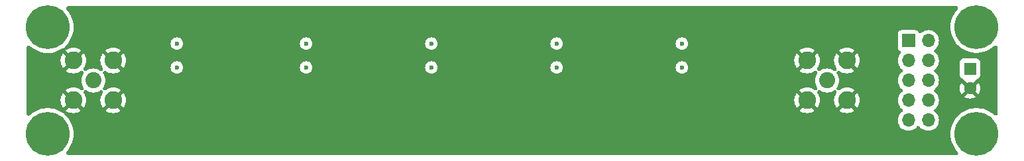
<source format=gbr>
%TF.GenerationSoftware,KiCad,Pcbnew,8.0.1*%
%TF.CreationDate,2024-05-04T10:24:18+02:00*%
%TF.ProjectId,Marconi_2955_Step_Attenuator,4d617263-6f6e-4695-9f32-3935355f5374,rev?*%
%TF.SameCoordinates,Original*%
%TF.FileFunction,Copper,L3,Inr*%
%TF.FilePolarity,Positive*%
%FSLAX46Y46*%
G04 Gerber Fmt 4.6, Leading zero omitted, Abs format (unit mm)*
G04 Created by KiCad (PCBNEW 8.0.1) date 2024-05-04 10:24:18*
%MOMM*%
%LPD*%
G01*
G04 APERTURE LIST*
%TA.AperFunction,ComponentPad*%
%ADD10C,5.600000*%
%TD*%
%TA.AperFunction,ComponentPad*%
%ADD11C,2.250000*%
%TD*%
%TA.AperFunction,ComponentPad*%
%ADD12C,2.050000*%
%TD*%
%TA.AperFunction,ComponentPad*%
%ADD13R,1.600000X1.600000*%
%TD*%
%TA.AperFunction,ComponentPad*%
%ADD14C,1.600000*%
%TD*%
%TA.AperFunction,ComponentPad*%
%ADD15R,1.700000X1.700000*%
%TD*%
%TA.AperFunction,ComponentPad*%
%ADD16O,1.700000X1.700000*%
%TD*%
%TA.AperFunction,ViaPad*%
%ADD17C,0.600000*%
%TD*%
G04 APERTURE END LIST*
D10*
%TO.N,N/C*%
%TO.C,REF\u002A\u002A*%
X105181400Y-34467800D03*
%TD*%
%TO.N,N/C*%
%TO.C,REF\u002A\u002A*%
X105181400Y-48107600D03*
%TD*%
%TO.N,N/C*%
%TO.C,REF\u002A\u002A*%
X223824800Y-48107600D03*
%TD*%
%TO.N,N/C*%
%TO.C,REF\u002A\u002A*%
X223824800Y-34442400D03*
%TD*%
D11*
%TO.N,GND*%
%TO.C,OUT*%
X113538000Y-43820000D03*
X113538000Y-38740000D03*
X108458000Y-43820000D03*
X108458000Y-38740000D03*
D12*
%TO.N,Net-(J1-In)*%
X110998000Y-41280000D03*
%TD*%
D13*
%TO.N,+5V*%
%TO.C,C27*%
X223000000Y-39780000D03*
D14*
%TO.N,GND*%
X223000000Y-42280000D03*
%TD*%
D12*
%TO.N,Net-(J2-In)*%
%TO.C,IN*%
X204724000Y-41280000D03*
D11*
%TO.N,GND*%
X202184000Y-38740000D03*
X202184000Y-43820000D03*
X207264000Y-38740000D03*
X207264000Y-43820000D03*
%TD*%
D15*
%TO.N,unconnected-(J3-Pin_1-Pad1)*%
%TO.C,PM3*%
X215138000Y-36195000D03*
D16*
%TO.N,+5V*%
X217678000Y-36195000D03*
%TO.N,Net-(J3-Pin_3)*%
X215138000Y-38735000D03*
%TO.N,+5V*%
X217678000Y-38735000D03*
%TO.N,unconnected-(J3-Pin_5-Pad5)*%
X215138000Y-41275000D03*
%TO.N,+5V*%
X217678000Y-41275000D03*
%TO.N,Net-(J3-Pin_7)*%
X215138000Y-43815000D03*
%TO.N,unconnected-(J3-Pin_8-Pad8)*%
X217678000Y-43815000D03*
%TO.N,unconnected-(J3-Pin_9-Pad9)*%
X215138000Y-46355000D03*
%TO.N,Net-(J3-Pin_10)*%
X217678000Y-46355000D03*
%TD*%
D17*
%TO.N,GND*%
X126502000Y-46482000D03*
X124724000Y-46482000D03*
X173238000Y-41148000D03*
X184668000Y-39624000D03*
X140980000Y-46482000D03*
X136662000Y-39624000D03*
X175016000Y-46482000D03*
X173238000Y-46482000D03*
X120152000Y-39624000D03*
X122946000Y-46482000D03*
X189494000Y-46482000D03*
X155458000Y-46482000D03*
X152664000Y-39624000D03*
X159014000Y-46482000D03*
X191272000Y-46482000D03*
X171460000Y-46482000D03*
X157236000Y-46482000D03*
X141234000Y-41148000D03*
X139202000Y-46482000D03*
X187716000Y-46482000D03*
X168666000Y-39624000D03*
X157236000Y-41148000D03*
X189240000Y-41148000D03*
X142758000Y-46482000D03*
X124724000Y-41148000D03*
%TO.N,+5V*%
X186192000Y-39624000D03*
X121676000Y-36576000D03*
X138186000Y-39624000D03*
X154188000Y-39624000D03*
X186192000Y-36576000D03*
X170190000Y-36576000D03*
X121676000Y-39624000D03*
X170190000Y-39624000D03*
X138186000Y-36576000D03*
X154188000Y-36576000D03*
%TD*%
%TA.AperFunction,Conductor*%
%TO.N,GND*%
G36*
X221312477Y-31799454D02*
G01*
X221393259Y-31853430D01*
X221447235Y-31934212D01*
X221466189Y-32029500D01*
X221447235Y-32124788D01*
X221406967Y-32190699D01*
X221193437Y-32442086D01*
X220992592Y-32738308D01*
X220992587Y-32738317D01*
X220824951Y-33054510D01*
X220824950Y-33054512D01*
X220692477Y-33386992D01*
X220596729Y-33731845D01*
X220596727Y-33731852D01*
X220538827Y-34085032D01*
X220519452Y-34442400D01*
X220538827Y-34799767D01*
X220596727Y-35152947D01*
X220596729Y-35152954D01*
X220692477Y-35497807D01*
X220824950Y-35830287D01*
X220824951Y-35830289D01*
X220992587Y-36146482D01*
X220992592Y-36146491D01*
X221161121Y-36395052D01*
X221193435Y-36442711D01*
X221215010Y-36468111D01*
X221425131Y-36715485D01*
X221684955Y-36961604D01*
X221684958Y-36961607D01*
X221684963Y-36961611D01*
X221969881Y-37178200D01*
X222276547Y-37362715D01*
X222276551Y-37362717D01*
X222276553Y-37362718D01*
X222276555Y-37362719D01*
X222601349Y-37512984D01*
X222601353Y-37512985D01*
X222601365Y-37512991D01*
X222940526Y-37627268D01*
X223129980Y-37668970D01*
X223290048Y-37704204D01*
X223290051Y-37704204D01*
X223290054Y-37704205D01*
X223385344Y-37714568D01*
X223645846Y-37742900D01*
X223645852Y-37742900D01*
X224003754Y-37742900D01*
X224213150Y-37720126D01*
X224359546Y-37704205D01*
X224709074Y-37627268D01*
X225048235Y-37512991D01*
X225373053Y-37362715D01*
X225679719Y-37178200D01*
X225964637Y-36961611D01*
X226079263Y-36853031D01*
X226161475Y-36801262D01*
X226257242Y-36784895D01*
X226351982Y-36806422D01*
X226431272Y-36862566D01*
X226483042Y-36944779D01*
X226499500Y-37033804D01*
X226499500Y-45516195D01*
X226480546Y-45611483D01*
X226426570Y-45692265D01*
X226345788Y-45746241D01*
X226250500Y-45765195D01*
X226155212Y-45746241D01*
X226079263Y-45696968D01*
X225964644Y-45588395D01*
X225964639Y-45588391D01*
X225964637Y-45588389D01*
X225679719Y-45371800D01*
X225373053Y-45187285D01*
X225373051Y-45187284D01*
X225373046Y-45187281D01*
X225373044Y-45187280D01*
X225048250Y-45037015D01*
X225048239Y-45037010D01*
X225048235Y-45037009D01*
X224709074Y-44922732D01*
X224709063Y-44922729D01*
X224709061Y-44922729D01*
X224359551Y-44845795D01*
X224359552Y-44845795D01*
X224003754Y-44807100D01*
X224003748Y-44807100D01*
X223645852Y-44807100D01*
X223645846Y-44807100D01*
X223290048Y-44845795D01*
X222940538Y-44922729D01*
X222940532Y-44922730D01*
X222940526Y-44922732D01*
X222601365Y-45037009D01*
X222601349Y-45037015D01*
X222276555Y-45187280D01*
X222276553Y-45187281D01*
X221969880Y-45371800D01*
X221684960Y-45588391D01*
X221684955Y-45588395D01*
X221425131Y-45834514D01*
X221193433Y-46107291D01*
X220992592Y-46403508D01*
X220992587Y-46403517D01*
X220824951Y-46719710D01*
X220824950Y-46719712D01*
X220692477Y-47052192D01*
X220596729Y-47397045D01*
X220596727Y-47397052D01*
X220538827Y-47750232D01*
X220519452Y-48107600D01*
X220538827Y-48464967D01*
X220596727Y-48818147D01*
X220596729Y-48818154D01*
X220692477Y-49163007D01*
X220824950Y-49495487D01*
X220824951Y-49495489D01*
X220992587Y-49811682D01*
X220992592Y-49811691D01*
X221187228Y-50098757D01*
X221193435Y-50107911D01*
X221415462Y-50369301D01*
X221462704Y-50454197D01*
X221473862Y-50550709D01*
X221447237Y-50644144D01*
X221386882Y-50720279D01*
X221301986Y-50767521D01*
X221225683Y-50779500D01*
X107780517Y-50779500D01*
X107685229Y-50760546D01*
X107604447Y-50706570D01*
X107550471Y-50625788D01*
X107531517Y-50530500D01*
X107550471Y-50435212D01*
X107590738Y-50369301D01*
X107812765Y-50107911D01*
X108013611Y-49811685D01*
X108181253Y-49495480D01*
X108313724Y-49163003D01*
X108409471Y-48818152D01*
X108467372Y-48464971D01*
X108486748Y-48107600D01*
X108467372Y-47750229D01*
X108409471Y-47397048D01*
X108313724Y-47052197D01*
X108181253Y-46719720D01*
X108013611Y-46403515D01*
X108013610Y-46403514D01*
X108013607Y-46403508D01*
X107980721Y-46355005D01*
X213782341Y-46355005D01*
X213802935Y-46590401D01*
X213837585Y-46719720D01*
X213864097Y-46818663D01*
X213963965Y-47032830D01*
X214099505Y-47226401D01*
X214266599Y-47393495D01*
X214460170Y-47529035D01*
X214674337Y-47628903D01*
X214902592Y-47690063D01*
X214902595Y-47690063D01*
X214902598Y-47690064D01*
X215137995Y-47710659D01*
X215138000Y-47710659D01*
X215138005Y-47710659D01*
X215373401Y-47690064D01*
X215373403Y-47690063D01*
X215373408Y-47690063D01*
X215601663Y-47628903D01*
X215815830Y-47529035D01*
X216009401Y-47393495D01*
X216176495Y-47226401D01*
X216204032Y-47187074D01*
X216274211Y-47119891D01*
X216364760Y-47084678D01*
X216461892Y-47086797D01*
X216550819Y-47125925D01*
X216611967Y-47187073D01*
X216639505Y-47226401D01*
X216806599Y-47393495D01*
X217000170Y-47529035D01*
X217214337Y-47628903D01*
X217442592Y-47690063D01*
X217442595Y-47690063D01*
X217442598Y-47690064D01*
X217677995Y-47710659D01*
X217678000Y-47710659D01*
X217678005Y-47710659D01*
X217913401Y-47690064D01*
X217913403Y-47690063D01*
X217913408Y-47690063D01*
X218141663Y-47628903D01*
X218355830Y-47529035D01*
X218549401Y-47393495D01*
X218716495Y-47226401D01*
X218852035Y-47032830D01*
X218951903Y-46818663D01*
X219013063Y-46590408D01*
X219013064Y-46590401D01*
X219033659Y-46355005D01*
X219033659Y-46354994D01*
X219013064Y-46119598D01*
X219013063Y-46119595D01*
X219013063Y-46119592D01*
X218951903Y-45891337D01*
X218861267Y-45696968D01*
X218852038Y-45677177D01*
X218852034Y-45677169D01*
X218743431Y-45522068D01*
X218716495Y-45483599D01*
X218549401Y-45316505D01*
X218510074Y-45288967D01*
X218442891Y-45218789D01*
X218407678Y-45128240D01*
X218409797Y-45031108D01*
X218448925Y-44942181D01*
X218510073Y-44881032D01*
X218549401Y-44853495D01*
X218716495Y-44686401D01*
X218852035Y-44492830D01*
X218951903Y-44278663D01*
X219013063Y-44050408D01*
X219025897Y-43903718D01*
X219033659Y-43815005D01*
X219033659Y-43814994D01*
X219013064Y-43579598D01*
X219013063Y-43579595D01*
X219013063Y-43579592D01*
X218951903Y-43351337D01*
X218911955Y-43265670D01*
X218852038Y-43137177D01*
X218852034Y-43137169D01*
X218734981Y-42970000D01*
X218716495Y-42943599D01*
X218549401Y-42776505D01*
X218510074Y-42748967D01*
X218442891Y-42678789D01*
X218407678Y-42588240D01*
X218409797Y-42491108D01*
X218448925Y-42402181D01*
X218510073Y-42341032D01*
X218549401Y-42313495D01*
X218582896Y-42280000D01*
X221695034Y-42280000D01*
X221714859Y-42506602D01*
X221714859Y-42506603D01*
X221773732Y-42726323D01*
X221869867Y-42932486D01*
X221869869Y-42932488D01*
X221920972Y-43005471D01*
X221920974Y-43005471D01*
X222600000Y-42326445D01*
X222600000Y-42332661D01*
X222627259Y-42434394D01*
X222679920Y-42525606D01*
X222754394Y-42600080D01*
X222845606Y-42652741D01*
X222947339Y-42680000D01*
X222953552Y-42680000D01*
X222274527Y-43359023D01*
X222274527Y-43359025D01*
X222347515Y-43410132D01*
X222553676Y-43506267D01*
X222773396Y-43565140D01*
X223000000Y-43584965D01*
X223226602Y-43565140D01*
X223226603Y-43565140D01*
X223446326Y-43506266D01*
X223652476Y-43410137D01*
X223652483Y-43410133D01*
X223725471Y-43359025D01*
X223046446Y-42680000D01*
X223052661Y-42680000D01*
X223154394Y-42652741D01*
X223245606Y-42600080D01*
X223320080Y-42525606D01*
X223372741Y-42434394D01*
X223400000Y-42332661D01*
X223400000Y-42326446D01*
X224079025Y-43005471D01*
X224130133Y-42932483D01*
X224130137Y-42932476D01*
X224226266Y-42726326D01*
X224285140Y-42506603D01*
X224285140Y-42506602D01*
X224304965Y-42280000D01*
X224285140Y-42053397D01*
X224285140Y-42053396D01*
X224226267Y-41833676D01*
X224130132Y-41627515D01*
X224079025Y-41554527D01*
X224079022Y-41554527D01*
X223400000Y-42233551D01*
X223400000Y-42227339D01*
X223372741Y-42125606D01*
X223320080Y-42034394D01*
X223245606Y-41959920D01*
X223154394Y-41907259D01*
X223052661Y-41880000D01*
X223046446Y-41880000D01*
X223785300Y-41141145D01*
X223866082Y-41087168D01*
X223904095Y-41074891D01*
X223907476Y-41074091D01*
X223907483Y-41074091D01*
X223907488Y-41074088D01*
X223907797Y-41074016D01*
X223916100Y-41073718D01*
X223929656Y-41065820D01*
X224042331Y-41023796D01*
X224157546Y-40937546D01*
X224243796Y-40822331D01*
X224294091Y-40687483D01*
X224300500Y-40627873D01*
X224300499Y-38932128D01*
X224294091Y-38872517D01*
X224243796Y-38737669D01*
X224157546Y-38622454D01*
X224042331Y-38536204D01*
X223944169Y-38499592D01*
X223907481Y-38485908D01*
X223847873Y-38479500D01*
X222152134Y-38479500D01*
X222152130Y-38479500D01*
X222152128Y-38479501D01*
X222139314Y-38480878D01*
X222092519Y-38485908D01*
X222092515Y-38485909D01*
X221957670Y-38536203D01*
X221842455Y-38622453D01*
X221842453Y-38622455D01*
X221756204Y-38737669D01*
X221705908Y-38872518D01*
X221699500Y-38932123D01*
X221699500Y-40627865D01*
X221699500Y-40627868D01*
X221699501Y-40627872D01*
X221701567Y-40647093D01*
X221705908Y-40687480D01*
X221705909Y-40687484D01*
X221756203Y-40822329D01*
X221756204Y-40822331D01*
X221842454Y-40937546D01*
X221957669Y-41023796D01*
X222070342Y-41065820D01*
X222081607Y-41072779D01*
X222092186Y-41074012D01*
X222092511Y-41074088D01*
X222092517Y-41074091D01*
X222092523Y-41074091D01*
X222095889Y-41074887D01*
X222184264Y-41115246D01*
X222214698Y-41141144D01*
X222953554Y-41880000D01*
X222947339Y-41880000D01*
X222845606Y-41907259D01*
X222754394Y-41959920D01*
X222679920Y-42034394D01*
X222627259Y-42125606D01*
X222600000Y-42227339D01*
X222600000Y-42233554D01*
X221920973Y-41554527D01*
X221869870Y-41627510D01*
X221869867Y-41627514D01*
X221773732Y-41833676D01*
X221714859Y-42053396D01*
X221714859Y-42053397D01*
X221695034Y-42280000D01*
X218582896Y-42280000D01*
X218716495Y-42146401D01*
X218852035Y-41952830D01*
X218951903Y-41738663D01*
X219013063Y-41510408D01*
X219013064Y-41510401D01*
X219033659Y-41275005D01*
X219033659Y-41274994D01*
X219013064Y-41039598D01*
X219013063Y-41039595D01*
X219013063Y-41039592D01*
X218951903Y-40811337D01*
X218894149Y-40687484D01*
X218852038Y-40597177D01*
X218852034Y-40597169D01*
X218744031Y-40442925D01*
X218716495Y-40403599D01*
X218549401Y-40236505D01*
X218510074Y-40208967D01*
X218442891Y-40138789D01*
X218407678Y-40048240D01*
X218409797Y-39951108D01*
X218448925Y-39862181D01*
X218510073Y-39801032D01*
X218549401Y-39773495D01*
X218716495Y-39606401D01*
X218852035Y-39412830D01*
X218951903Y-39198663D01*
X219013063Y-38970408D01*
X219016412Y-38932130D01*
X219033659Y-38735005D01*
X219033659Y-38734994D01*
X219013064Y-38499598D01*
X219013063Y-38499595D01*
X219013063Y-38499592D01*
X218951903Y-38271337D01*
X218911955Y-38185670D01*
X218852038Y-38057177D01*
X218852034Y-38057169D01*
X218734981Y-37890000D01*
X218716495Y-37863599D01*
X218549401Y-37696505D01*
X218510074Y-37668967D01*
X218442891Y-37598789D01*
X218407678Y-37508240D01*
X218409797Y-37411108D01*
X218448925Y-37322181D01*
X218510073Y-37261032D01*
X218549401Y-37233495D01*
X218716495Y-37066401D01*
X218852035Y-36872830D01*
X218951903Y-36658663D01*
X219013063Y-36430408D01*
X219013064Y-36430401D01*
X219033659Y-36195005D01*
X219033659Y-36194994D01*
X219013064Y-35959598D01*
X219013063Y-35959595D01*
X219013063Y-35959592D01*
X218951903Y-35731337D01*
X218852035Y-35517171D01*
X218838476Y-35497807D01*
X218802724Y-35446747D01*
X218716495Y-35323599D01*
X218549401Y-35156505D01*
X218355830Y-35020965D01*
X218141663Y-34921097D01*
X218141660Y-34921096D01*
X217913401Y-34859935D01*
X217678005Y-34839341D01*
X217677995Y-34839341D01*
X217442598Y-34859935D01*
X217214335Y-34921097D01*
X217214333Y-34921098D01*
X217000177Y-35020961D01*
X217000169Y-35020965D01*
X216806587Y-35156513D01*
X216802605Y-35159855D01*
X216798960Y-35161853D01*
X216797694Y-35162741D01*
X216797596Y-35162602D01*
X216717423Y-35206580D01*
X216620845Y-35217150D01*
X216527573Y-35189957D01*
X216451808Y-35129140D01*
X216443133Y-35116429D01*
X216442469Y-35116927D01*
X216431796Y-35102670D01*
X216431796Y-35102669D01*
X216345546Y-34987454D01*
X216230331Y-34901204D01*
X216150117Y-34871286D01*
X216095481Y-34850908D01*
X216035873Y-34844500D01*
X214240134Y-34844500D01*
X214240130Y-34844500D01*
X214240128Y-34844501D01*
X214227314Y-34845878D01*
X214180519Y-34850908D01*
X214180515Y-34850909D01*
X214045670Y-34901203D01*
X213930455Y-34987453D01*
X213930453Y-34987455D01*
X213844204Y-35102669D01*
X213793908Y-35237518D01*
X213787500Y-35297123D01*
X213787500Y-37092865D01*
X213787501Y-37092869D01*
X213793908Y-37152480D01*
X213793909Y-37152484D01*
X213812974Y-37203599D01*
X213844204Y-37287331D01*
X213930454Y-37402546D01*
X214045669Y-37488796D01*
X214045670Y-37488796D01*
X214059927Y-37499469D01*
X214057454Y-37502771D01*
X214105965Y-37543305D01*
X214151006Y-37629389D01*
X214159675Y-37726156D01*
X214130653Y-37818875D01*
X214102855Y-37859605D01*
X214099513Y-37863587D01*
X213963965Y-38057169D01*
X213963961Y-38057177D01*
X213864098Y-38271333D01*
X213864097Y-38271335D01*
X213802935Y-38499598D01*
X213782341Y-38734994D01*
X213782341Y-38735005D01*
X213802935Y-38970401D01*
X213809306Y-38994180D01*
X213864097Y-39198663D01*
X213899450Y-39274478D01*
X213963965Y-39412830D01*
X214065148Y-39557335D01*
X214099505Y-39606401D01*
X214266599Y-39773495D01*
X214305925Y-39801031D01*
X214373107Y-39871209D01*
X214408321Y-39961758D01*
X214406202Y-40058890D01*
X214367074Y-40147818D01*
X214305928Y-40208965D01*
X214266603Y-40236501D01*
X214099504Y-40403600D01*
X213963965Y-40597169D01*
X213963961Y-40597177D01*
X213864098Y-40811333D01*
X213864097Y-40811335D01*
X213802935Y-41039598D01*
X213782341Y-41274994D01*
X213782341Y-41275005D01*
X213802935Y-41510401D01*
X213814758Y-41554527D01*
X213864097Y-41738663D01*
X213963965Y-41952830D01*
X214099505Y-42146401D01*
X214266599Y-42313495D01*
X214305925Y-42341031D01*
X214373107Y-42411209D01*
X214408321Y-42501758D01*
X214406202Y-42598890D01*
X214367074Y-42687818D01*
X214305928Y-42748965D01*
X214266603Y-42776501D01*
X214099504Y-42943600D01*
X213963965Y-43137169D01*
X213963961Y-43137177D01*
X213864098Y-43351333D01*
X213864097Y-43351335D01*
X213802935Y-43579598D01*
X213782341Y-43814994D01*
X213782341Y-43815005D01*
X213802935Y-44050401D01*
X213807633Y-44067936D01*
X213864097Y-44278663D01*
X213902885Y-44361844D01*
X213963965Y-44492830D01*
X214065148Y-44637335D01*
X214099505Y-44686401D01*
X214266599Y-44853495D01*
X214305925Y-44881031D01*
X214373107Y-44951209D01*
X214408321Y-45041758D01*
X214406202Y-45138890D01*
X214367074Y-45227818D01*
X214305928Y-45288965D01*
X214266603Y-45316501D01*
X214099504Y-45483600D01*
X213963965Y-45677169D01*
X213963961Y-45677177D01*
X213864098Y-45891333D01*
X213864097Y-45891335D01*
X213802935Y-46119598D01*
X213782341Y-46354994D01*
X213782341Y-46355005D01*
X107980721Y-46355005D01*
X107877644Y-46202979D01*
X107812765Y-46107289D01*
X107581068Y-45834514D01*
X107442063Y-45702841D01*
X107376815Y-45641035D01*
X107320671Y-45561744D01*
X107299143Y-45467004D01*
X107300195Y-45460846D01*
X107260064Y-45470482D01*
X107164105Y-45455286D01*
X107099596Y-45419902D01*
X107036319Y-45371800D01*
X106729653Y-45187285D01*
X106729651Y-45187284D01*
X106729646Y-45187281D01*
X106729644Y-45187280D01*
X106404850Y-45037015D01*
X106404839Y-45037010D01*
X106404835Y-45037009D01*
X106065674Y-44922732D01*
X106065663Y-44922729D01*
X106065661Y-44922729D01*
X105716151Y-44845795D01*
X105716152Y-44845795D01*
X105360354Y-44807100D01*
X105360348Y-44807100D01*
X105002452Y-44807100D01*
X105002446Y-44807100D01*
X104646648Y-44845795D01*
X104297138Y-44922729D01*
X104297132Y-44922730D01*
X104297126Y-44922732D01*
X103957965Y-45037009D01*
X103957949Y-45037015D01*
X103633155Y-45187280D01*
X103633153Y-45187281D01*
X103326480Y-45371800D01*
X103041560Y-45588391D01*
X103041555Y-45588395D01*
X102920737Y-45702841D01*
X102838524Y-45754610D01*
X102742757Y-45770977D01*
X102648017Y-45749449D01*
X102568727Y-45693305D01*
X102516958Y-45611092D01*
X102500500Y-45522068D01*
X102500500Y-43820005D01*
X106827975Y-43820005D01*
X106848042Y-44074989D01*
X106907753Y-44323703D01*
X106907756Y-44323711D01*
X107005634Y-44560010D01*
X107139281Y-44778103D01*
X107142532Y-44781910D01*
X107703883Y-44220558D01*
X107704740Y-44222626D01*
X107797762Y-44361844D01*
X107916156Y-44480238D01*
X108055374Y-44573260D01*
X108057438Y-44574114D01*
X107496086Y-45135467D01*
X107499091Y-45211893D01*
X107497603Y-45221284D01*
X107541310Y-45211353D01*
X107637076Y-45227720D01*
X107678155Y-45247955D01*
X107717987Y-45272364D01*
X107954288Y-45370243D01*
X107954296Y-45370246D01*
X108203010Y-45429957D01*
X108457994Y-45450025D01*
X108458006Y-45450025D01*
X108712989Y-45429957D01*
X108961703Y-45370246D01*
X108961711Y-45370243D01*
X109198010Y-45272365D01*
X109416106Y-45138716D01*
X109416108Y-45138714D01*
X109419911Y-45135466D01*
X108858560Y-44574115D01*
X108860626Y-44573260D01*
X108999844Y-44480238D01*
X109118238Y-44361844D01*
X109211260Y-44222626D01*
X109212114Y-44220562D01*
X109773465Y-44781912D01*
X109776714Y-44778108D01*
X109776716Y-44778106D01*
X109910365Y-44560010D01*
X110008243Y-44323711D01*
X110008246Y-44323703D01*
X110067957Y-44074989D01*
X110088025Y-43820005D01*
X110088025Y-43819994D01*
X110067957Y-43565010D01*
X110008246Y-43316296D01*
X110008243Y-43316288D01*
X109910363Y-43079986D01*
X109787600Y-42879652D01*
X109753973Y-42788502D01*
X109757788Y-42691422D01*
X109798463Y-42603192D01*
X109869807Y-42537243D01*
X109960957Y-42503616D01*
X110058037Y-42507431D01*
X110130007Y-42537242D01*
X110303296Y-42643433D01*
X110525135Y-42735322D01*
X110525137Y-42735323D01*
X110758620Y-42791377D01*
X110758627Y-42791378D01*
X110997996Y-42810217D01*
X110998000Y-42810217D01*
X110998004Y-42810217D01*
X111237372Y-42791378D01*
X111237379Y-42791377D01*
X111299334Y-42776503D01*
X111470863Y-42735323D01*
X111692704Y-42643433D01*
X111865990Y-42537243D01*
X111957139Y-42503617D01*
X112054219Y-42507431D01*
X112142450Y-42548106D01*
X112208398Y-42619449D01*
X112242025Y-42710599D01*
X112238211Y-42807679D01*
X112208399Y-42879652D01*
X112085636Y-43079985D01*
X111987756Y-43316288D01*
X111987753Y-43316296D01*
X111928042Y-43565010D01*
X111907975Y-43819994D01*
X111907975Y-43820005D01*
X111928042Y-44074989D01*
X111987753Y-44323703D01*
X111987756Y-44323711D01*
X112085634Y-44560010D01*
X112219281Y-44778103D01*
X112222533Y-44781911D01*
X112783884Y-44220561D01*
X112784740Y-44222626D01*
X112877762Y-44361844D01*
X112996156Y-44480238D01*
X113135374Y-44573260D01*
X113137438Y-44574114D01*
X112576087Y-45135466D01*
X112579883Y-45138709D01*
X112579901Y-45138721D01*
X112797984Y-45272363D01*
X113034288Y-45370243D01*
X113034296Y-45370246D01*
X113283010Y-45429957D01*
X113537994Y-45450025D01*
X113538006Y-45450025D01*
X113792989Y-45429957D01*
X114041703Y-45370246D01*
X114041711Y-45370243D01*
X114278010Y-45272365D01*
X114496106Y-45138716D01*
X114496108Y-45138714D01*
X114499911Y-45135466D01*
X113938560Y-44574115D01*
X113940626Y-44573260D01*
X114079844Y-44480238D01*
X114198238Y-44361844D01*
X114291260Y-44222626D01*
X114292115Y-44220560D01*
X114853466Y-44781911D01*
X114856714Y-44778108D01*
X114856716Y-44778106D01*
X114990365Y-44560010D01*
X115088243Y-44323711D01*
X115088246Y-44323703D01*
X115147957Y-44074989D01*
X115168025Y-43820005D01*
X200553975Y-43820005D01*
X200574042Y-44074989D01*
X200633753Y-44323703D01*
X200633756Y-44323711D01*
X200731634Y-44560010D01*
X200865281Y-44778103D01*
X200868533Y-44781911D01*
X201429883Y-44220559D01*
X201430740Y-44222626D01*
X201523762Y-44361844D01*
X201642156Y-44480238D01*
X201781374Y-44573260D01*
X201783438Y-44574114D01*
X201222087Y-45135466D01*
X201225883Y-45138709D01*
X201225901Y-45138721D01*
X201443984Y-45272363D01*
X201680288Y-45370243D01*
X201680296Y-45370246D01*
X201929010Y-45429957D01*
X202183994Y-45450025D01*
X202184006Y-45450025D01*
X202438989Y-45429957D01*
X202687703Y-45370246D01*
X202687711Y-45370243D01*
X202924010Y-45272365D01*
X203142106Y-45138716D01*
X203142108Y-45138714D01*
X203145911Y-45135466D01*
X202584560Y-44574115D01*
X202586626Y-44573260D01*
X202725844Y-44480238D01*
X202844238Y-44361844D01*
X202937260Y-44222626D01*
X202938114Y-44220562D01*
X203499465Y-44781912D01*
X203502714Y-44778108D01*
X203502716Y-44778106D01*
X203636365Y-44560010D01*
X203734243Y-44323711D01*
X203734246Y-44323703D01*
X203793957Y-44074989D01*
X203814025Y-43820005D01*
X203814025Y-43819994D01*
X203793957Y-43565010D01*
X203734246Y-43316296D01*
X203734243Y-43316288D01*
X203636363Y-43079986D01*
X203513600Y-42879652D01*
X203479973Y-42788502D01*
X203483788Y-42691422D01*
X203524463Y-42603192D01*
X203595807Y-42537243D01*
X203686957Y-42503616D01*
X203784037Y-42507431D01*
X203856007Y-42537242D01*
X204029296Y-42643433D01*
X204251135Y-42735322D01*
X204251137Y-42735323D01*
X204484620Y-42791377D01*
X204484627Y-42791378D01*
X204723996Y-42810217D01*
X204724000Y-42810217D01*
X204724004Y-42810217D01*
X204963372Y-42791378D01*
X204963379Y-42791377D01*
X205025334Y-42776503D01*
X205196863Y-42735323D01*
X205418704Y-42643433D01*
X205591990Y-42537243D01*
X205683139Y-42503617D01*
X205780219Y-42507431D01*
X205868450Y-42548106D01*
X205934398Y-42619449D01*
X205968025Y-42710599D01*
X205964211Y-42807679D01*
X205934399Y-42879652D01*
X205811636Y-43079985D01*
X205713756Y-43316288D01*
X205713753Y-43316296D01*
X205654042Y-43565010D01*
X205633975Y-43819994D01*
X205633975Y-43820005D01*
X205654042Y-44074989D01*
X205713753Y-44323703D01*
X205713756Y-44323711D01*
X205811634Y-44560010D01*
X205945281Y-44778103D01*
X205948533Y-44781911D01*
X206509884Y-44220561D01*
X206510740Y-44222626D01*
X206603762Y-44361844D01*
X206722156Y-44480238D01*
X206861374Y-44573260D01*
X206863438Y-44574114D01*
X206302087Y-45135466D01*
X206305883Y-45138709D01*
X206305901Y-45138721D01*
X206523984Y-45272363D01*
X206760288Y-45370243D01*
X206760296Y-45370246D01*
X207009010Y-45429957D01*
X207263994Y-45450025D01*
X207264006Y-45450025D01*
X207518989Y-45429957D01*
X207767703Y-45370246D01*
X207767711Y-45370243D01*
X208004010Y-45272365D01*
X208222106Y-45138716D01*
X208222108Y-45138714D01*
X208225911Y-45135466D01*
X207664560Y-44574115D01*
X207666626Y-44573260D01*
X207805844Y-44480238D01*
X207924238Y-44361844D01*
X208017260Y-44222626D01*
X208018115Y-44220560D01*
X208579466Y-44781911D01*
X208582714Y-44778108D01*
X208582716Y-44778106D01*
X208716365Y-44560010D01*
X208814243Y-44323711D01*
X208814246Y-44323703D01*
X208873957Y-44074989D01*
X208894025Y-43820005D01*
X208894025Y-43819994D01*
X208873957Y-43565010D01*
X208814246Y-43316296D01*
X208814243Y-43316288D01*
X208716363Y-43079984D01*
X208582721Y-42861901D01*
X208582709Y-42861883D01*
X208579466Y-42858087D01*
X208018114Y-43419438D01*
X208017260Y-43417374D01*
X207924238Y-43278156D01*
X207805844Y-43159762D01*
X207666626Y-43066740D01*
X207664561Y-43065884D01*
X208225911Y-42504533D01*
X208222103Y-42501281D01*
X208004010Y-42367634D01*
X207767711Y-42269756D01*
X207767703Y-42269753D01*
X207518989Y-42210042D01*
X207264006Y-42189975D01*
X207263994Y-42189975D01*
X207009010Y-42210042D01*
X206760296Y-42269753D01*
X206760288Y-42269756D01*
X206523985Y-42367636D01*
X206323652Y-42490399D01*
X206232501Y-42524026D01*
X206135421Y-42520211D01*
X206047191Y-42479535D01*
X205981243Y-42408192D01*
X205947616Y-42317041D01*
X205951431Y-42219961D01*
X205981244Y-42147989D01*
X206087433Y-41974704D01*
X206179323Y-41752863D01*
X206235377Y-41519379D01*
X206254217Y-41280000D01*
X206253824Y-41275005D01*
X206235378Y-41040627D01*
X206235377Y-41040620D01*
X206179323Y-40807137D01*
X206179322Y-40807135D01*
X206177596Y-40802967D01*
X206087433Y-40585296D01*
X205981242Y-40412008D01*
X205947616Y-40320859D01*
X205951431Y-40223779D01*
X205992106Y-40135549D01*
X206063450Y-40069600D01*
X206154600Y-40035973D01*
X206251680Y-40039788D01*
X206323652Y-40069600D01*
X206523986Y-40192363D01*
X206760288Y-40290243D01*
X206760296Y-40290246D01*
X207009010Y-40349957D01*
X207263994Y-40370025D01*
X207264006Y-40370025D01*
X207518989Y-40349957D01*
X207767703Y-40290246D01*
X207767711Y-40290243D01*
X208004010Y-40192365D01*
X208222106Y-40058716D01*
X208222108Y-40058714D01*
X208225912Y-40055465D01*
X207664562Y-39494114D01*
X207666626Y-39493260D01*
X207805844Y-39400238D01*
X207924238Y-39281844D01*
X208017260Y-39142626D01*
X208018115Y-39140560D01*
X208579466Y-39701911D01*
X208582714Y-39698108D01*
X208582716Y-39698106D01*
X208716365Y-39480010D01*
X208814243Y-39243711D01*
X208814246Y-39243703D01*
X208873957Y-38994989D01*
X208894025Y-38740005D01*
X208894025Y-38739994D01*
X208873957Y-38485010D01*
X208814246Y-38236296D01*
X208814243Y-38236288D01*
X208716363Y-37999984D01*
X208582721Y-37781901D01*
X208582709Y-37781883D01*
X208579466Y-37778087D01*
X208018114Y-38339438D01*
X208017260Y-38337374D01*
X207924238Y-38198156D01*
X207805844Y-38079762D01*
X207666626Y-37986740D01*
X207664559Y-37985883D01*
X208225911Y-37424533D01*
X208222103Y-37421281D01*
X208004010Y-37287634D01*
X207767711Y-37189756D01*
X207767703Y-37189753D01*
X207518989Y-37130042D01*
X207264006Y-37109975D01*
X207263994Y-37109975D01*
X207009010Y-37130042D01*
X206760296Y-37189753D01*
X206760288Y-37189756D01*
X206523989Y-37287634D01*
X206305891Y-37421284D01*
X206302087Y-37424532D01*
X206863439Y-37985884D01*
X206861374Y-37986740D01*
X206722156Y-38079762D01*
X206603762Y-38198156D01*
X206510740Y-38337374D01*
X206509884Y-38339438D01*
X205948533Y-37778087D01*
X205945284Y-37781891D01*
X205811634Y-37999989D01*
X205713756Y-38236288D01*
X205713753Y-38236296D01*
X205654042Y-38485010D01*
X205633975Y-38739994D01*
X205633975Y-38740005D01*
X205654042Y-38994989D01*
X205713753Y-39243703D01*
X205713756Y-39243711D01*
X205811636Y-39480014D01*
X205934399Y-39680347D01*
X205968026Y-39771497D01*
X205964211Y-39868577D01*
X205923536Y-39956807D01*
X205852192Y-40022756D01*
X205761042Y-40056383D01*
X205663962Y-40052568D01*
X205591990Y-40022756D01*
X205511648Y-39973523D01*
X205418704Y-39916567D01*
X205307783Y-39870622D01*
X205196864Y-39824677D01*
X205196862Y-39824676D01*
X204963379Y-39768622D01*
X204963372Y-39768621D01*
X204724004Y-39749783D01*
X204723996Y-39749783D01*
X204484627Y-39768621D01*
X204484620Y-39768622D01*
X204251137Y-39824676D01*
X204251135Y-39824677D01*
X204029295Y-39916567D01*
X203856009Y-40022756D01*
X203764858Y-40056383D01*
X203667778Y-40052568D01*
X203579548Y-40011892D01*
X203513600Y-39940549D01*
X203479973Y-39849398D01*
X203483788Y-39752318D01*
X203513600Y-39680346D01*
X203636365Y-39480010D01*
X203734243Y-39243711D01*
X203734246Y-39243703D01*
X203793957Y-38994989D01*
X203814025Y-38740005D01*
X203814025Y-38739994D01*
X203793957Y-38485010D01*
X203734246Y-38236296D01*
X203734243Y-38236288D01*
X203636363Y-37999984D01*
X203502721Y-37781901D01*
X203502709Y-37781883D01*
X203499466Y-37778087D01*
X202938114Y-38339438D01*
X202937260Y-38337374D01*
X202844238Y-38198156D01*
X202725844Y-38079762D01*
X202586626Y-37986740D01*
X202584559Y-37985883D01*
X203145911Y-37424533D01*
X203142103Y-37421281D01*
X202924010Y-37287634D01*
X202687711Y-37189756D01*
X202687703Y-37189753D01*
X202438989Y-37130042D01*
X202184006Y-37109975D01*
X202183994Y-37109975D01*
X201929010Y-37130042D01*
X201680296Y-37189753D01*
X201680288Y-37189756D01*
X201443989Y-37287634D01*
X201225891Y-37421284D01*
X201222087Y-37424532D01*
X201783439Y-37985884D01*
X201781374Y-37986740D01*
X201642156Y-38079762D01*
X201523762Y-38198156D01*
X201430740Y-38337374D01*
X201429884Y-38339439D01*
X200868532Y-37778087D01*
X200865284Y-37781891D01*
X200731634Y-37999989D01*
X200633756Y-38236288D01*
X200633753Y-38236296D01*
X200574042Y-38485010D01*
X200553975Y-38739994D01*
X200553975Y-38740005D01*
X200574042Y-38994989D01*
X200633753Y-39243703D01*
X200633756Y-39243711D01*
X200731634Y-39480010D01*
X200865281Y-39698103D01*
X200868532Y-39701910D01*
X201429883Y-39140558D01*
X201430740Y-39142626D01*
X201523762Y-39281844D01*
X201642156Y-39400238D01*
X201781374Y-39493260D01*
X201783438Y-39494114D01*
X201222087Y-40055466D01*
X201225883Y-40058709D01*
X201225901Y-40058721D01*
X201443984Y-40192363D01*
X201680288Y-40290243D01*
X201680296Y-40290246D01*
X201929010Y-40349957D01*
X202183994Y-40370025D01*
X202184006Y-40370025D01*
X202438989Y-40349957D01*
X202687703Y-40290246D01*
X202687711Y-40290243D01*
X202924010Y-40192365D01*
X203124346Y-40069600D01*
X203215496Y-40035974D01*
X203312576Y-40039788D01*
X203400807Y-40080463D01*
X203466756Y-40151806D01*
X203500382Y-40242956D01*
X203496568Y-40340036D01*
X203466756Y-40412009D01*
X203360567Y-40585295D01*
X203268677Y-40807135D01*
X203268676Y-40807137D01*
X203212622Y-41040620D01*
X203212621Y-41040627D01*
X203193783Y-41279995D01*
X203193783Y-41280004D01*
X203212621Y-41519372D01*
X203212622Y-41519379D01*
X203268676Y-41752862D01*
X203268677Y-41752863D01*
X203360567Y-41974704D01*
X203404211Y-42045925D01*
X203466756Y-42147990D01*
X203500383Y-42239140D01*
X203496568Y-42336220D01*
X203455893Y-42424450D01*
X203384549Y-42490399D01*
X203293399Y-42524026D01*
X203196319Y-42520211D01*
X203124347Y-42490399D01*
X202924014Y-42367636D01*
X202687711Y-42269756D01*
X202687703Y-42269753D01*
X202438989Y-42210042D01*
X202184006Y-42189975D01*
X202183994Y-42189975D01*
X201929010Y-42210042D01*
X201680296Y-42269753D01*
X201680288Y-42269756D01*
X201443989Y-42367634D01*
X201225891Y-42501284D01*
X201222086Y-42504533D01*
X201783437Y-43065885D01*
X201781374Y-43066740D01*
X201642156Y-43159762D01*
X201523762Y-43278156D01*
X201430740Y-43417374D01*
X201429884Y-43419439D01*
X200868532Y-42858087D01*
X200865284Y-42861891D01*
X200731634Y-43079989D01*
X200633756Y-43316288D01*
X200633753Y-43316296D01*
X200574042Y-43565010D01*
X200553975Y-43819994D01*
X200553975Y-43820005D01*
X115168025Y-43820005D01*
X115168025Y-43819994D01*
X115147957Y-43565010D01*
X115088246Y-43316296D01*
X115088243Y-43316288D01*
X114990363Y-43079984D01*
X114856721Y-42861901D01*
X114856709Y-42861883D01*
X114853466Y-42858087D01*
X114292114Y-43419438D01*
X114291260Y-43417374D01*
X114198238Y-43278156D01*
X114079844Y-43159762D01*
X113940626Y-43066740D01*
X113938561Y-43065884D01*
X114499911Y-42504533D01*
X114496103Y-42501281D01*
X114278010Y-42367634D01*
X114041711Y-42269756D01*
X114041703Y-42269753D01*
X113792989Y-42210042D01*
X113538006Y-42189975D01*
X113537994Y-42189975D01*
X113283010Y-42210042D01*
X113034296Y-42269753D01*
X113034288Y-42269756D01*
X112797985Y-42367636D01*
X112597652Y-42490399D01*
X112506501Y-42524026D01*
X112409421Y-42520211D01*
X112321191Y-42479535D01*
X112255243Y-42408192D01*
X112221616Y-42317041D01*
X112225431Y-42219961D01*
X112255244Y-42147989D01*
X112361433Y-41974704D01*
X112453323Y-41752863D01*
X112509377Y-41519379D01*
X112528217Y-41280000D01*
X112527824Y-41275005D01*
X112509378Y-41040627D01*
X112509377Y-41040620D01*
X112453323Y-40807137D01*
X112453322Y-40807135D01*
X112451596Y-40802967D01*
X112361433Y-40585296D01*
X112255242Y-40412008D01*
X112221616Y-40320859D01*
X112225431Y-40223779D01*
X112266106Y-40135549D01*
X112337450Y-40069600D01*
X112428600Y-40035973D01*
X112525680Y-40039788D01*
X112597652Y-40069600D01*
X112797986Y-40192363D01*
X113034288Y-40290243D01*
X113034296Y-40290246D01*
X113283010Y-40349957D01*
X113537994Y-40370025D01*
X113538006Y-40370025D01*
X113792989Y-40349957D01*
X114041703Y-40290246D01*
X114041711Y-40290243D01*
X114278010Y-40192365D01*
X114496106Y-40058716D01*
X114496108Y-40058714D01*
X114499912Y-40055465D01*
X113938562Y-39494114D01*
X113940626Y-39493260D01*
X114079844Y-39400238D01*
X114198238Y-39281844D01*
X114291260Y-39142626D01*
X114292115Y-39140560D01*
X114853466Y-39701911D01*
X114856714Y-39698108D01*
X114856716Y-39698106D01*
X114902126Y-39624003D01*
X120870435Y-39624003D01*
X120890630Y-39803245D01*
X120890631Y-39803251D01*
X120890632Y-39803255D01*
X120950211Y-39973522D01*
X120950212Y-39973523D01*
X120950214Y-39973529D01*
X121046180Y-40126257D01*
X121046182Y-40126259D01*
X121046184Y-40126262D01*
X121173738Y-40253816D01*
X121173740Y-40253817D01*
X121173742Y-40253819D01*
X121326470Y-40349785D01*
X121326473Y-40349786D01*
X121326478Y-40349789D01*
X121496745Y-40409368D01*
X121496754Y-40409369D01*
X121675996Y-40429565D01*
X121676000Y-40429565D01*
X121676004Y-40429565D01*
X121831815Y-40412009D01*
X121855255Y-40409368D01*
X122025522Y-40349789D01*
X122025527Y-40349785D01*
X122025529Y-40349785D01*
X122178257Y-40253819D01*
X122178256Y-40253819D01*
X122178262Y-40253816D01*
X122305816Y-40126262D01*
X122348259Y-40058714D01*
X122401785Y-39973529D01*
X122401785Y-39973527D01*
X122401789Y-39973522D01*
X122461368Y-39803255D01*
X122475216Y-39680347D01*
X122481565Y-39624003D01*
X137380435Y-39624003D01*
X137400630Y-39803245D01*
X137400631Y-39803251D01*
X137400632Y-39803255D01*
X137460211Y-39973522D01*
X137460212Y-39973523D01*
X137460214Y-39973529D01*
X137556180Y-40126257D01*
X137556182Y-40126259D01*
X137556184Y-40126262D01*
X137683738Y-40253816D01*
X137683740Y-40253817D01*
X137683742Y-40253819D01*
X137836470Y-40349785D01*
X137836473Y-40349786D01*
X137836478Y-40349789D01*
X138006745Y-40409368D01*
X138006754Y-40409369D01*
X138185996Y-40429565D01*
X138186000Y-40429565D01*
X138186004Y-40429565D01*
X138341815Y-40412009D01*
X138365255Y-40409368D01*
X138535522Y-40349789D01*
X138535527Y-40349785D01*
X138535529Y-40349785D01*
X138688257Y-40253819D01*
X138688256Y-40253819D01*
X138688262Y-40253816D01*
X138815816Y-40126262D01*
X138858259Y-40058714D01*
X138911785Y-39973529D01*
X138911785Y-39973527D01*
X138911789Y-39973522D01*
X138971368Y-39803255D01*
X138985216Y-39680347D01*
X138991565Y-39624003D01*
X153382435Y-39624003D01*
X153402630Y-39803245D01*
X153402631Y-39803251D01*
X153402632Y-39803255D01*
X153462211Y-39973522D01*
X153462212Y-39973523D01*
X153462214Y-39973529D01*
X153558180Y-40126257D01*
X153558182Y-40126259D01*
X153558184Y-40126262D01*
X153685738Y-40253816D01*
X153685740Y-40253817D01*
X153685742Y-40253819D01*
X153838470Y-40349785D01*
X153838473Y-40349786D01*
X153838478Y-40349789D01*
X154008745Y-40409368D01*
X154008754Y-40409369D01*
X154187996Y-40429565D01*
X154188000Y-40429565D01*
X154188004Y-40429565D01*
X154343815Y-40412009D01*
X154367255Y-40409368D01*
X154537522Y-40349789D01*
X154537527Y-40349785D01*
X154537529Y-40349785D01*
X154690257Y-40253819D01*
X154690256Y-40253819D01*
X154690262Y-40253816D01*
X154817816Y-40126262D01*
X154860259Y-40058714D01*
X154913785Y-39973529D01*
X154913785Y-39973527D01*
X154913789Y-39973522D01*
X154973368Y-39803255D01*
X154987216Y-39680347D01*
X154993565Y-39624003D01*
X169384435Y-39624003D01*
X169404630Y-39803245D01*
X169404631Y-39803251D01*
X169404632Y-39803255D01*
X169464211Y-39973522D01*
X169464212Y-39973523D01*
X169464214Y-39973529D01*
X169560180Y-40126257D01*
X169560182Y-40126259D01*
X169560184Y-40126262D01*
X169687738Y-40253816D01*
X169687740Y-40253817D01*
X169687742Y-40253819D01*
X169840470Y-40349785D01*
X169840473Y-40349786D01*
X169840478Y-40349789D01*
X170010745Y-40409368D01*
X170010754Y-40409369D01*
X170189996Y-40429565D01*
X170190000Y-40429565D01*
X170190004Y-40429565D01*
X170345815Y-40412009D01*
X170369255Y-40409368D01*
X170539522Y-40349789D01*
X170539527Y-40349785D01*
X170539529Y-40349785D01*
X170692257Y-40253819D01*
X170692256Y-40253819D01*
X170692262Y-40253816D01*
X170819816Y-40126262D01*
X170862259Y-40058714D01*
X170915785Y-39973529D01*
X170915785Y-39973527D01*
X170915789Y-39973522D01*
X170975368Y-39803255D01*
X170989216Y-39680347D01*
X170995565Y-39624003D01*
X185386435Y-39624003D01*
X185406630Y-39803245D01*
X185406631Y-39803251D01*
X185406632Y-39803255D01*
X185466211Y-39973522D01*
X185466212Y-39973523D01*
X185466214Y-39973529D01*
X185562180Y-40126257D01*
X185562182Y-40126259D01*
X185562184Y-40126262D01*
X185689738Y-40253816D01*
X185689740Y-40253817D01*
X185689742Y-40253819D01*
X185842470Y-40349785D01*
X185842473Y-40349786D01*
X185842478Y-40349789D01*
X186012745Y-40409368D01*
X186012754Y-40409369D01*
X186191996Y-40429565D01*
X186192000Y-40429565D01*
X186192004Y-40429565D01*
X186347815Y-40412009D01*
X186371255Y-40409368D01*
X186541522Y-40349789D01*
X186541527Y-40349785D01*
X186541529Y-40349785D01*
X186694257Y-40253819D01*
X186694256Y-40253819D01*
X186694262Y-40253816D01*
X186821816Y-40126262D01*
X186864259Y-40058714D01*
X186917785Y-39973529D01*
X186917785Y-39973527D01*
X186917789Y-39973522D01*
X186977368Y-39803255D01*
X186991216Y-39680347D01*
X186997565Y-39624003D01*
X186997565Y-39623996D01*
X186977369Y-39444754D01*
X186977368Y-39444745D01*
X186917789Y-39274478D01*
X186917786Y-39274473D01*
X186917785Y-39274470D01*
X186821819Y-39121742D01*
X186821817Y-39121740D01*
X186821816Y-39121738D01*
X186694262Y-38994184D01*
X186694259Y-38994182D01*
X186694257Y-38994180D01*
X186541529Y-38898214D01*
X186541524Y-38898212D01*
X186541522Y-38898211D01*
X186371255Y-38838632D01*
X186371251Y-38838631D01*
X186371245Y-38838630D01*
X186192004Y-38818435D01*
X186191996Y-38818435D01*
X186012754Y-38838630D01*
X186012746Y-38838631D01*
X186012745Y-38838632D01*
X185842478Y-38898211D01*
X185842476Y-38898211D01*
X185842476Y-38898212D01*
X185842470Y-38898214D01*
X185689742Y-38994180D01*
X185562180Y-39121742D01*
X185466214Y-39274470D01*
X185466212Y-39274476D01*
X185406632Y-39444746D01*
X185406630Y-39444754D01*
X185386435Y-39623996D01*
X185386435Y-39624003D01*
X170995565Y-39624003D01*
X170995565Y-39623996D01*
X170975369Y-39444754D01*
X170975368Y-39444745D01*
X170915789Y-39274478D01*
X170915786Y-39274473D01*
X170915785Y-39274470D01*
X170819819Y-39121742D01*
X170819817Y-39121740D01*
X170819816Y-39121738D01*
X170692262Y-38994184D01*
X170692259Y-38994182D01*
X170692257Y-38994180D01*
X170539529Y-38898214D01*
X170539524Y-38898212D01*
X170539522Y-38898211D01*
X170369255Y-38838632D01*
X170369251Y-38838631D01*
X170369245Y-38838630D01*
X170190004Y-38818435D01*
X170189996Y-38818435D01*
X170010754Y-38838630D01*
X170010746Y-38838631D01*
X170010745Y-38838632D01*
X169840478Y-38898211D01*
X169840476Y-38898211D01*
X169840476Y-38898212D01*
X169840470Y-38898214D01*
X169687742Y-38994180D01*
X169560180Y-39121742D01*
X169464214Y-39274470D01*
X169464212Y-39274476D01*
X169404632Y-39444746D01*
X169404630Y-39444754D01*
X169384435Y-39623996D01*
X169384435Y-39624003D01*
X154993565Y-39624003D01*
X154993565Y-39623996D01*
X154973369Y-39444754D01*
X154973368Y-39444745D01*
X154913789Y-39274478D01*
X154913786Y-39274473D01*
X154913785Y-39274470D01*
X154817819Y-39121742D01*
X154817817Y-39121740D01*
X154817816Y-39121738D01*
X154690262Y-38994184D01*
X154690259Y-38994182D01*
X154690257Y-38994180D01*
X154537529Y-38898214D01*
X154537524Y-38898212D01*
X154537522Y-38898211D01*
X154367255Y-38838632D01*
X154367251Y-38838631D01*
X154367245Y-38838630D01*
X154188004Y-38818435D01*
X154187996Y-38818435D01*
X154008754Y-38838630D01*
X154008746Y-38838631D01*
X154008745Y-38838632D01*
X153838478Y-38898211D01*
X153838476Y-38898211D01*
X153838476Y-38898212D01*
X153838470Y-38898214D01*
X153685742Y-38994180D01*
X153558180Y-39121742D01*
X153462214Y-39274470D01*
X153462212Y-39274476D01*
X153402632Y-39444746D01*
X153402630Y-39444754D01*
X153382435Y-39623996D01*
X153382435Y-39624003D01*
X138991565Y-39624003D01*
X138991565Y-39623996D01*
X138971369Y-39444754D01*
X138971368Y-39444745D01*
X138911789Y-39274478D01*
X138911786Y-39274473D01*
X138911785Y-39274470D01*
X138815819Y-39121742D01*
X138815817Y-39121740D01*
X138815816Y-39121738D01*
X138688262Y-38994184D01*
X138688259Y-38994182D01*
X138688257Y-38994180D01*
X138535529Y-38898214D01*
X138535524Y-38898212D01*
X138535522Y-38898211D01*
X138365255Y-38838632D01*
X138365251Y-38838631D01*
X138365245Y-38838630D01*
X138186004Y-38818435D01*
X138185996Y-38818435D01*
X138006754Y-38838630D01*
X138006746Y-38838631D01*
X138006745Y-38838632D01*
X137836478Y-38898211D01*
X137836476Y-38898211D01*
X137836476Y-38898212D01*
X137836470Y-38898214D01*
X137683742Y-38994180D01*
X137556180Y-39121742D01*
X137460214Y-39274470D01*
X137460212Y-39274476D01*
X137400632Y-39444746D01*
X137400630Y-39444754D01*
X137380435Y-39623996D01*
X137380435Y-39624003D01*
X122481565Y-39624003D01*
X122481565Y-39623996D01*
X122461369Y-39444754D01*
X122461368Y-39444745D01*
X122401789Y-39274478D01*
X122401786Y-39274473D01*
X122401785Y-39274470D01*
X122305819Y-39121742D01*
X122305817Y-39121740D01*
X122305816Y-39121738D01*
X122178262Y-38994184D01*
X122178259Y-38994182D01*
X122178257Y-38994180D01*
X122025529Y-38898214D01*
X122025524Y-38898212D01*
X122025522Y-38898211D01*
X121855255Y-38838632D01*
X121855251Y-38838631D01*
X121855245Y-38838630D01*
X121676004Y-38818435D01*
X121675996Y-38818435D01*
X121496754Y-38838630D01*
X121496746Y-38838631D01*
X121496745Y-38838632D01*
X121326478Y-38898211D01*
X121326476Y-38898211D01*
X121326476Y-38898212D01*
X121326470Y-38898214D01*
X121173742Y-38994180D01*
X121046180Y-39121742D01*
X120950214Y-39274470D01*
X120950212Y-39274476D01*
X120890632Y-39444746D01*
X120890630Y-39444754D01*
X120870435Y-39623996D01*
X120870435Y-39624003D01*
X114902126Y-39624003D01*
X114990365Y-39480010D01*
X115088243Y-39243711D01*
X115088246Y-39243703D01*
X115147957Y-38994989D01*
X115168025Y-38740005D01*
X115168025Y-38739994D01*
X115147957Y-38485010D01*
X115088246Y-38236296D01*
X115088243Y-38236288D01*
X114990363Y-37999984D01*
X114856721Y-37781901D01*
X114856709Y-37781883D01*
X114853466Y-37778087D01*
X114292114Y-38339438D01*
X114291260Y-38337374D01*
X114198238Y-38198156D01*
X114079844Y-38079762D01*
X113940626Y-37986740D01*
X113938559Y-37985883D01*
X114499911Y-37424533D01*
X114496103Y-37421281D01*
X114278010Y-37287634D01*
X114041711Y-37189756D01*
X114041703Y-37189753D01*
X113792989Y-37130042D01*
X113538006Y-37109975D01*
X113537994Y-37109975D01*
X113283010Y-37130042D01*
X113034296Y-37189753D01*
X113034288Y-37189756D01*
X112797989Y-37287634D01*
X112579891Y-37421284D01*
X112576087Y-37424532D01*
X113137439Y-37985884D01*
X113135374Y-37986740D01*
X112996156Y-38079762D01*
X112877762Y-38198156D01*
X112784740Y-38337374D01*
X112783884Y-38339438D01*
X112222533Y-37778087D01*
X112219284Y-37781891D01*
X112085634Y-37999989D01*
X111987756Y-38236288D01*
X111987753Y-38236296D01*
X111928042Y-38485010D01*
X111907975Y-38739994D01*
X111907975Y-38740005D01*
X111928042Y-38994989D01*
X111987753Y-39243703D01*
X111987756Y-39243711D01*
X112085636Y-39480014D01*
X112208399Y-39680347D01*
X112242026Y-39771497D01*
X112238211Y-39868577D01*
X112197536Y-39956807D01*
X112126192Y-40022756D01*
X112035042Y-40056383D01*
X111937962Y-40052568D01*
X111865990Y-40022756D01*
X111785648Y-39973523D01*
X111692704Y-39916567D01*
X111581783Y-39870622D01*
X111470864Y-39824677D01*
X111470862Y-39824676D01*
X111237379Y-39768622D01*
X111237372Y-39768621D01*
X110998004Y-39749783D01*
X110997996Y-39749783D01*
X110758627Y-39768621D01*
X110758620Y-39768622D01*
X110525137Y-39824676D01*
X110525135Y-39824677D01*
X110303295Y-39916567D01*
X110130009Y-40022756D01*
X110038858Y-40056383D01*
X109941778Y-40052568D01*
X109853548Y-40011892D01*
X109787600Y-39940549D01*
X109753973Y-39849398D01*
X109757788Y-39752318D01*
X109787600Y-39680346D01*
X109910365Y-39480010D01*
X110008243Y-39243711D01*
X110008246Y-39243703D01*
X110067957Y-38994989D01*
X110088025Y-38740005D01*
X110088025Y-38739994D01*
X110067957Y-38485010D01*
X110008246Y-38236296D01*
X110008243Y-38236288D01*
X109910363Y-37999984D01*
X109776721Y-37781901D01*
X109776709Y-37781883D01*
X109773466Y-37778087D01*
X109212114Y-38339438D01*
X109211260Y-38337374D01*
X109118238Y-38198156D01*
X108999844Y-38079762D01*
X108860626Y-37986740D01*
X108858559Y-37985883D01*
X109419911Y-37424533D01*
X109416103Y-37421281D01*
X109198010Y-37287634D01*
X108961711Y-37189756D01*
X108961703Y-37189753D01*
X108712989Y-37130042D01*
X108458006Y-37109975D01*
X108457994Y-37109975D01*
X108203010Y-37130042D01*
X107954296Y-37189753D01*
X107954288Y-37189756D01*
X107717982Y-37287637D01*
X107709272Y-37292076D01*
X107708098Y-37289772D01*
X107633013Y-37317461D01*
X107535934Y-37313633D01*
X107490677Y-37292761D01*
X107498471Y-37363997D01*
X107496086Y-37424532D01*
X108057439Y-37985884D01*
X108055374Y-37986740D01*
X107916156Y-38079762D01*
X107797762Y-38198156D01*
X107704740Y-38337374D01*
X107703884Y-38339439D01*
X107142532Y-37778087D01*
X107139284Y-37781891D01*
X107005634Y-37999989D01*
X106907756Y-38236288D01*
X106907753Y-38236296D01*
X106848042Y-38485010D01*
X106827975Y-38739994D01*
X106827975Y-38740005D01*
X106848042Y-38994989D01*
X106907753Y-39243703D01*
X106907756Y-39243711D01*
X107005634Y-39480010D01*
X107139281Y-39698103D01*
X107142532Y-39701910D01*
X107703883Y-39140558D01*
X107704740Y-39142626D01*
X107797762Y-39281844D01*
X107916156Y-39400238D01*
X108055374Y-39493260D01*
X108057438Y-39494114D01*
X107496087Y-40055466D01*
X107499883Y-40058709D01*
X107499901Y-40058721D01*
X107717984Y-40192363D01*
X107954288Y-40290243D01*
X107954296Y-40290246D01*
X108203010Y-40349957D01*
X108457994Y-40370025D01*
X108458006Y-40370025D01*
X108712989Y-40349957D01*
X108961703Y-40290246D01*
X108961711Y-40290243D01*
X109198010Y-40192365D01*
X109398346Y-40069600D01*
X109489496Y-40035974D01*
X109586576Y-40039788D01*
X109674807Y-40080463D01*
X109740756Y-40151806D01*
X109774382Y-40242956D01*
X109770568Y-40340036D01*
X109740756Y-40412009D01*
X109634567Y-40585295D01*
X109542677Y-40807135D01*
X109542676Y-40807137D01*
X109486622Y-41040620D01*
X109486621Y-41040627D01*
X109467783Y-41279995D01*
X109467783Y-41280004D01*
X109486621Y-41519372D01*
X109486622Y-41519379D01*
X109542676Y-41752862D01*
X109542677Y-41752863D01*
X109634567Y-41974704D01*
X109678211Y-42045925D01*
X109740756Y-42147990D01*
X109774383Y-42239140D01*
X109770568Y-42336220D01*
X109729893Y-42424450D01*
X109658549Y-42490399D01*
X109567399Y-42524026D01*
X109470319Y-42520211D01*
X109398347Y-42490399D01*
X109198014Y-42367636D01*
X108961711Y-42269756D01*
X108961703Y-42269753D01*
X108712989Y-42210042D01*
X108458006Y-42189975D01*
X108457994Y-42189975D01*
X108203010Y-42210042D01*
X107954296Y-42269753D01*
X107954288Y-42269756D01*
X107717989Y-42367634D01*
X107499891Y-42501284D01*
X107496087Y-42504533D01*
X108057437Y-43065885D01*
X108055374Y-43066740D01*
X107916156Y-43159762D01*
X107797762Y-43278156D01*
X107704740Y-43417374D01*
X107703884Y-43419439D01*
X107142532Y-42858087D01*
X107139284Y-42861891D01*
X107005634Y-43079989D01*
X106907756Y-43316288D01*
X106907753Y-43316296D01*
X106848042Y-43565010D01*
X106827975Y-43819994D01*
X106827975Y-43820005D01*
X102500500Y-43820005D01*
X102500500Y-37053331D01*
X102519454Y-36958043D01*
X102573430Y-36877261D01*
X102654212Y-36823285D01*
X102749500Y-36804331D01*
X102844788Y-36823285D01*
X102920736Y-36872557D01*
X102975495Y-36924428D01*
X103041555Y-36987004D01*
X103041558Y-36987007D01*
X103041563Y-36987011D01*
X103326481Y-37203600D01*
X103633147Y-37388115D01*
X103633151Y-37388117D01*
X103633153Y-37388118D01*
X103633155Y-37388119D01*
X103957949Y-37538384D01*
X103957953Y-37538385D01*
X103957965Y-37538391D01*
X104297126Y-37652668D01*
X104530144Y-37703959D01*
X104646648Y-37729604D01*
X104646651Y-37729604D01*
X104646654Y-37729605D01*
X104741944Y-37739968D01*
X105002446Y-37768300D01*
X105002452Y-37768300D01*
X105360354Y-37768300D01*
X105593899Y-37742900D01*
X105716146Y-37729605D01*
X106065674Y-37652668D01*
X106404835Y-37538391D01*
X106729653Y-37388115D01*
X107036319Y-37203600D01*
X107098977Y-37155968D01*
X107186302Y-37113393D01*
X107283277Y-37107475D01*
X107356347Y-37132647D01*
X107348157Y-37110437D01*
X107351985Y-37013358D01*
X107392673Y-36925133D01*
X107422856Y-36890751D01*
X107581068Y-36740886D01*
X107721121Y-36576003D01*
X120870435Y-36576003D01*
X120890630Y-36755245D01*
X120890631Y-36755251D01*
X120890632Y-36755255D01*
X120950211Y-36925522D01*
X120950212Y-36925523D01*
X120950214Y-36925529D01*
X121046180Y-37078257D01*
X121046182Y-37078259D01*
X121046184Y-37078262D01*
X121173738Y-37205816D01*
X121173740Y-37205817D01*
X121173742Y-37205819D01*
X121326470Y-37301785D01*
X121326473Y-37301786D01*
X121326478Y-37301789D01*
X121496745Y-37361368D01*
X121496754Y-37361369D01*
X121675996Y-37381565D01*
X121676000Y-37381565D01*
X121676004Y-37381565D01*
X121815908Y-37365801D01*
X121855255Y-37361368D01*
X122025522Y-37301789D01*
X122025527Y-37301785D01*
X122025529Y-37301785D01*
X122178257Y-37205819D01*
X122178256Y-37205819D01*
X122178262Y-37205816D01*
X122305816Y-37078262D01*
X122401789Y-36925522D01*
X122461368Y-36755255D01*
X122481565Y-36576003D01*
X137380435Y-36576003D01*
X137400630Y-36755245D01*
X137400631Y-36755251D01*
X137400632Y-36755255D01*
X137460211Y-36925522D01*
X137460212Y-36925523D01*
X137460214Y-36925529D01*
X137556180Y-37078257D01*
X137556182Y-37078259D01*
X137556184Y-37078262D01*
X137683738Y-37205816D01*
X137683740Y-37205817D01*
X137683742Y-37205819D01*
X137836470Y-37301785D01*
X137836473Y-37301786D01*
X137836478Y-37301789D01*
X138006745Y-37361368D01*
X138006754Y-37361369D01*
X138185996Y-37381565D01*
X138186000Y-37381565D01*
X138186004Y-37381565D01*
X138325908Y-37365801D01*
X138365255Y-37361368D01*
X138535522Y-37301789D01*
X138535527Y-37301785D01*
X138535529Y-37301785D01*
X138688257Y-37205819D01*
X138688256Y-37205819D01*
X138688262Y-37205816D01*
X138815816Y-37078262D01*
X138911789Y-36925522D01*
X138971368Y-36755255D01*
X138991565Y-36576003D01*
X153382435Y-36576003D01*
X153402630Y-36755245D01*
X153402631Y-36755251D01*
X153402632Y-36755255D01*
X153462211Y-36925522D01*
X153462212Y-36925523D01*
X153462214Y-36925529D01*
X153558180Y-37078257D01*
X153558182Y-37078259D01*
X153558184Y-37078262D01*
X153685738Y-37205816D01*
X153685740Y-37205817D01*
X153685742Y-37205819D01*
X153838470Y-37301785D01*
X153838473Y-37301786D01*
X153838478Y-37301789D01*
X154008745Y-37361368D01*
X154008754Y-37361369D01*
X154187996Y-37381565D01*
X154188000Y-37381565D01*
X154188004Y-37381565D01*
X154327908Y-37365801D01*
X154367255Y-37361368D01*
X154537522Y-37301789D01*
X154537527Y-37301785D01*
X154537529Y-37301785D01*
X154690257Y-37205819D01*
X154690256Y-37205819D01*
X154690262Y-37205816D01*
X154817816Y-37078262D01*
X154913789Y-36925522D01*
X154973368Y-36755255D01*
X154993565Y-36576003D01*
X169384435Y-36576003D01*
X169404630Y-36755245D01*
X169404631Y-36755251D01*
X169404632Y-36755255D01*
X169464211Y-36925522D01*
X169464212Y-36925523D01*
X169464214Y-36925529D01*
X169560180Y-37078257D01*
X169560182Y-37078259D01*
X169560184Y-37078262D01*
X169687738Y-37205816D01*
X169687740Y-37205817D01*
X169687742Y-37205819D01*
X169840470Y-37301785D01*
X169840473Y-37301786D01*
X169840478Y-37301789D01*
X170010745Y-37361368D01*
X170010754Y-37361369D01*
X170189996Y-37381565D01*
X170190000Y-37381565D01*
X170190004Y-37381565D01*
X170329908Y-37365801D01*
X170369255Y-37361368D01*
X170539522Y-37301789D01*
X170539527Y-37301785D01*
X170539529Y-37301785D01*
X170692257Y-37205819D01*
X170692256Y-37205819D01*
X170692262Y-37205816D01*
X170819816Y-37078262D01*
X170915789Y-36925522D01*
X170975368Y-36755255D01*
X170995565Y-36576003D01*
X185386435Y-36576003D01*
X185406630Y-36755245D01*
X185406631Y-36755251D01*
X185406632Y-36755255D01*
X185466211Y-36925522D01*
X185466212Y-36925523D01*
X185466214Y-36925529D01*
X185562180Y-37078257D01*
X185562182Y-37078259D01*
X185562184Y-37078262D01*
X185689738Y-37205816D01*
X185689740Y-37205817D01*
X185689742Y-37205819D01*
X185842470Y-37301785D01*
X185842473Y-37301786D01*
X185842478Y-37301789D01*
X186012745Y-37361368D01*
X186012754Y-37361369D01*
X186191996Y-37381565D01*
X186192000Y-37381565D01*
X186192004Y-37381565D01*
X186331908Y-37365801D01*
X186371255Y-37361368D01*
X186541522Y-37301789D01*
X186541527Y-37301785D01*
X186541529Y-37301785D01*
X186694257Y-37205819D01*
X186694256Y-37205819D01*
X186694262Y-37205816D01*
X186821816Y-37078262D01*
X186917789Y-36925522D01*
X186977368Y-36755255D01*
X186997565Y-36576000D01*
X186977368Y-36396745D01*
X186917789Y-36226478D01*
X186917786Y-36226473D01*
X186917785Y-36226470D01*
X186821819Y-36073742D01*
X186821817Y-36073740D01*
X186821816Y-36073738D01*
X186694262Y-35946184D01*
X186694259Y-35946182D01*
X186694257Y-35946180D01*
X186541529Y-35850214D01*
X186541524Y-35850212D01*
X186541522Y-35850211D01*
X186371255Y-35790632D01*
X186371251Y-35790631D01*
X186371245Y-35790630D01*
X186192004Y-35770435D01*
X186191996Y-35770435D01*
X186012754Y-35790630D01*
X186012746Y-35790631D01*
X186012745Y-35790632D01*
X185842478Y-35850211D01*
X185842476Y-35850211D01*
X185842476Y-35850212D01*
X185842470Y-35850214D01*
X185689742Y-35946180D01*
X185562180Y-36073742D01*
X185466214Y-36226470D01*
X185466211Y-36226476D01*
X185466211Y-36226478D01*
X185407225Y-36395052D01*
X185406632Y-36396746D01*
X185406630Y-36396754D01*
X185386435Y-36575996D01*
X185386435Y-36576003D01*
X170995565Y-36576003D01*
X170995565Y-36576000D01*
X170975368Y-36396745D01*
X170915789Y-36226478D01*
X170915786Y-36226473D01*
X170915785Y-36226470D01*
X170819819Y-36073742D01*
X170819817Y-36073740D01*
X170819816Y-36073738D01*
X170692262Y-35946184D01*
X170692259Y-35946182D01*
X170692257Y-35946180D01*
X170539529Y-35850214D01*
X170539524Y-35850212D01*
X170539522Y-35850211D01*
X170369255Y-35790632D01*
X170369251Y-35790631D01*
X170369245Y-35790630D01*
X170190004Y-35770435D01*
X170189996Y-35770435D01*
X170010754Y-35790630D01*
X170010746Y-35790631D01*
X170010745Y-35790632D01*
X169840478Y-35850211D01*
X169840476Y-35850211D01*
X169840476Y-35850212D01*
X169840470Y-35850214D01*
X169687742Y-35946180D01*
X169560180Y-36073742D01*
X169464214Y-36226470D01*
X169464211Y-36226476D01*
X169464211Y-36226478D01*
X169405225Y-36395052D01*
X169404632Y-36396746D01*
X169404630Y-36396754D01*
X169384435Y-36575996D01*
X169384435Y-36576003D01*
X154993565Y-36576003D01*
X154993565Y-36576000D01*
X154973368Y-36396745D01*
X154913789Y-36226478D01*
X154913786Y-36226473D01*
X154913785Y-36226470D01*
X154817819Y-36073742D01*
X154817817Y-36073740D01*
X154817816Y-36073738D01*
X154690262Y-35946184D01*
X154690259Y-35946182D01*
X154690257Y-35946180D01*
X154537529Y-35850214D01*
X154537524Y-35850212D01*
X154537522Y-35850211D01*
X154367255Y-35790632D01*
X154367251Y-35790631D01*
X154367245Y-35790630D01*
X154188004Y-35770435D01*
X154187996Y-35770435D01*
X154008754Y-35790630D01*
X154008746Y-35790631D01*
X154008745Y-35790632D01*
X153838478Y-35850211D01*
X153838476Y-35850211D01*
X153838476Y-35850212D01*
X153838470Y-35850214D01*
X153685742Y-35946180D01*
X153558180Y-36073742D01*
X153462214Y-36226470D01*
X153462211Y-36226476D01*
X153462211Y-36226478D01*
X153403225Y-36395052D01*
X153402632Y-36396746D01*
X153402630Y-36396754D01*
X153382435Y-36575996D01*
X153382435Y-36576003D01*
X138991565Y-36576003D01*
X138991565Y-36576000D01*
X138971368Y-36396745D01*
X138911789Y-36226478D01*
X138911786Y-36226473D01*
X138911785Y-36226470D01*
X138815819Y-36073742D01*
X138815817Y-36073740D01*
X138815816Y-36073738D01*
X138688262Y-35946184D01*
X138688259Y-35946182D01*
X138688257Y-35946180D01*
X138535529Y-35850214D01*
X138535524Y-35850212D01*
X138535522Y-35850211D01*
X138365255Y-35790632D01*
X138365251Y-35790631D01*
X138365245Y-35790630D01*
X138186004Y-35770435D01*
X138185996Y-35770435D01*
X138006754Y-35790630D01*
X138006746Y-35790631D01*
X138006745Y-35790632D01*
X137836478Y-35850211D01*
X137836476Y-35850211D01*
X137836476Y-35850212D01*
X137836470Y-35850214D01*
X137683742Y-35946180D01*
X137556180Y-36073742D01*
X137460214Y-36226470D01*
X137460211Y-36226476D01*
X137460211Y-36226478D01*
X137401225Y-36395052D01*
X137400632Y-36396746D01*
X137400630Y-36396754D01*
X137380435Y-36575996D01*
X137380435Y-36576003D01*
X122481565Y-36576003D01*
X122481565Y-36576000D01*
X122461368Y-36396745D01*
X122401789Y-36226478D01*
X122401786Y-36226473D01*
X122401785Y-36226470D01*
X122305819Y-36073742D01*
X122305817Y-36073740D01*
X122305816Y-36073738D01*
X122178262Y-35946184D01*
X122178259Y-35946182D01*
X122178257Y-35946180D01*
X122025529Y-35850214D01*
X122025524Y-35850212D01*
X122025522Y-35850211D01*
X121855255Y-35790632D01*
X121855251Y-35790631D01*
X121855245Y-35790630D01*
X121676004Y-35770435D01*
X121675996Y-35770435D01*
X121496754Y-35790630D01*
X121496746Y-35790631D01*
X121496745Y-35790632D01*
X121326478Y-35850211D01*
X121326476Y-35850211D01*
X121326476Y-35850212D01*
X121326470Y-35850214D01*
X121173742Y-35946180D01*
X121046180Y-36073742D01*
X120950214Y-36226470D01*
X120950211Y-36226476D01*
X120950211Y-36226478D01*
X120891225Y-36395052D01*
X120890632Y-36396746D01*
X120890630Y-36396754D01*
X120870435Y-36575996D01*
X120870435Y-36576003D01*
X107721121Y-36576003D01*
X107812765Y-36468111D01*
X108013611Y-36171885D01*
X108181253Y-35855680D01*
X108313724Y-35523203D01*
X108409471Y-35178352D01*
X108412504Y-35159855D01*
X108440767Y-34987453D01*
X108467372Y-34825171D01*
X108486748Y-34467800D01*
X108467372Y-34110429D01*
X108409471Y-33757248D01*
X108313724Y-33412397D01*
X108181253Y-33079920D01*
X108167782Y-33054512D01*
X108013612Y-32763717D01*
X108013607Y-32763708D01*
X107926079Y-32634615D01*
X107812765Y-32467489D01*
X107581068Y-32194714D01*
X107577658Y-32190699D01*
X107530415Y-32105803D01*
X107519257Y-32009291D01*
X107545882Y-31915856D01*
X107606237Y-31839722D01*
X107691133Y-31792479D01*
X107767436Y-31780500D01*
X221217189Y-31780500D01*
X221312477Y-31799454D01*
G37*
%TD.AperFunction*%
%TD*%
M02*

</source>
